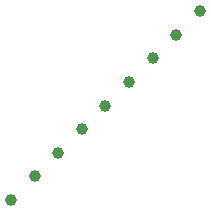
<source format=gbr>
G04 Examples for testing time performance of Gerber parsers*
%FSLAX26Y26*%
%MOMM*%
%ADD10C,1*%
%LPD*%
D10*
X0Y0D03*
X2000000Y2000000D03*
X4000000Y4000000D03*
X6000000Y6000000D03*
X8000000Y8000000D03*
X10000000Y10000000D03*
X12000000Y12000000D03*
X14000000Y14000000D03*
X16000000Y16000000D03*
M02*

</source>
